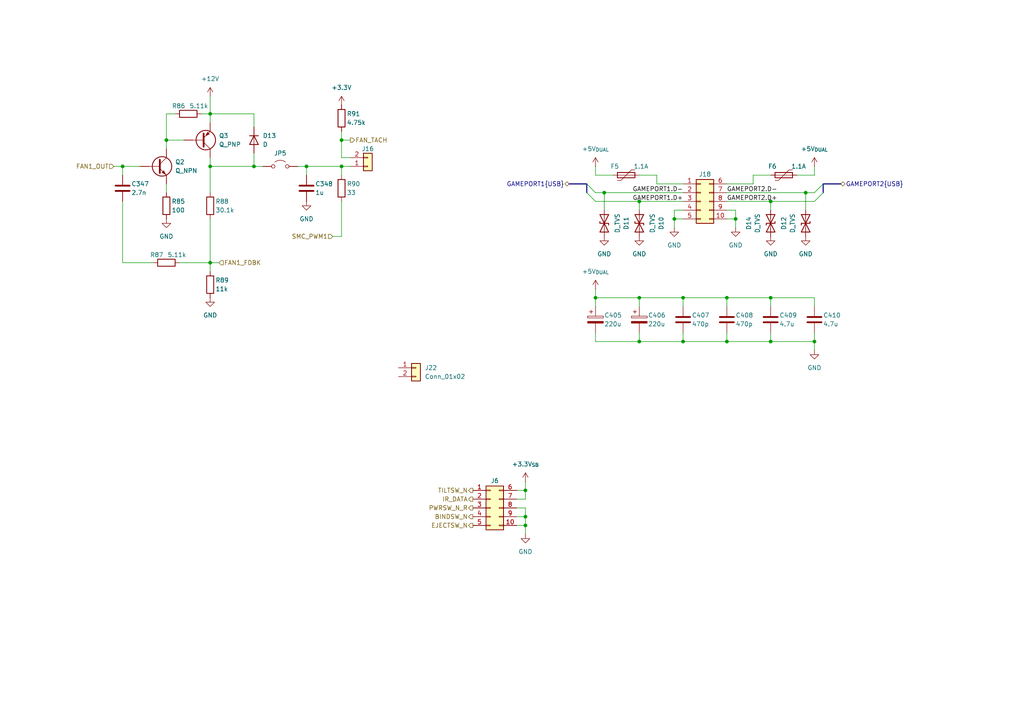
<source format=kicad_sch>
(kicad_sch (version 20250114) (generator "eeschema") (generator_version "9.0")
  (paper "A4")
  (lib_symbols
    (symbol "Connector_Generic:Conn_01x02" (pin_names (offset 1.016) (hide yes))
      (property "Reference" "J" (at 0 2.54 0))
      (property "Value" "Conn_01x02" (at 0 -5.08 0))
      (symbol "Conn_01x02_1_1"
        (rectangle (start -1.27 1.27) (end 1.27 -3.81) (stroke (width 0.254)) (fill (type background)))
        (rectangle (start -1.27 0.127) (end 0 -0.127) (stroke (width 0.1524)))
        (rectangle (start -1.27 -2.413) (end 0 -2.667) (stroke (width 0.1524)))
        (pin passive line (at -5.08 0 0) (length 3.81) (name "Pin_1") (number "1"))
        (pin passive line (at -5.08 -2.54 0) (length 3.81) (name "Pin_2") (number "2"))
      )
    )
    (symbol "Connector_Generic:Conn_02x05_Top_Bottom" (pin_names (offset 1.016) (hide yes))
      (property "Reference" "J" (at 1.27 7.62 0))
      (property "Value" "Conn_02x05_Top_Bottom" (at 1.27 -7.62 0))
      (symbol "Conn_02x05_Top_Bottom_1_1"
        (rectangle (start -1.27 6.35) (end 3.81 -6.35) (stroke (width 0.254)) (fill (type background)))
        (rectangle (start -1.27 5.207) (end 0 4.953) (stroke (width 0.1524)))
        (rectangle (start -1.27 2.667) (end 0 2.413) (stroke (width 0.1524)))
        (rectangle (start -1.27 0.127) (end 0 -0.127) (stroke (width 0.1524)))
        (rectangle (start -1.27 -2.413) (end 0 -2.667) (stroke (width 0.1524)))
        (rectangle (start -1.27 -4.953) (end 0 -5.207) (stroke (width 0.1524)))
        (rectangle (start 3.81 5.207) (end 2.54 4.953) (stroke (width 0.1524)))
        (rectangle (start 3.81 2.667) (end 2.54 2.413) (stroke (width 0.1524)))
        (rectangle (start 3.81 0.127) (end 2.54 -0.127) (stroke (width 0.1524)))
        (rectangle (start 3.81 -2.413) (end 2.54 -2.667) (stroke (width 0.1524)))
        (rectangle (start 3.81 -4.953) (end 2.54 -5.207) (stroke (width 0.1524)))
        (pin passive line (at -5.08 5.08 0) (length 3.81) (name "Pin_1") (number "1"))
        (pin passive line (at -5.08 2.54 0) (length 3.81) (name "Pin_2") (number "2"))
        (pin passive line (at -5.08 0 0) (length 3.81) (name "Pin_3") (number "3"))
        (pin passive line (at -5.08 -2.54 0) (length 3.81) (name "Pin_4") (number "4"))
        (pin passive line (at -5.08 -5.08 0) (length 3.81) (name "Pin_5") (number "5"))
        (pin passive line (at 7.62 5.08 180) (length 3.81) (name "Pin_6") (number "6"))
        (pin passive line (at 7.62 2.54 180) (length 3.81) (name "Pin_7") (number "7"))
        (pin passive line (at 7.62 0 180) (length 3.81) (name "Pin_8") (number "8"))
        (pin passive line (at 7.62 -2.54 180) (length 3.81) (name "Pin_9") (number "9"))
        (pin passive line (at 7.62 -5.08 180) (length 3.81) (name "Pin_10") (number "10"))
      )
    )
    (symbol "Device:C" (pin_numbers (hide yes)) (pin_names (offset 0.254))
      (property "Reference" "C" (at 0.635 2.54 0))
      (property "Value" "C" (at 0.635 -2.54 0))
      (symbol "C_0_1"
        (polyline (pts (xy -2.032 0.762) (xy 2.032 0.762)) (stroke (width 0.508)))
        (polyline (pts (xy -2.032 -0.762) (xy 2.032 -0.762)) (stroke (width 0.508)))
      )
      (symbol "C_1_1"
        (pin passive line (at 0 3.81 270) (length 2.794) (name "~") (number "1"))
        (pin passive line (at 0 -3.81 90) (length 2.794) (name "~") (number "2"))
      )
    )
    (symbol "Device:C_Polarized" (pin_numbers (hide yes)) (pin_names (offset 0.254))
      (property "Reference" "C" (at 0.635 2.54 0))
      (property "Value" "C_Polarized" (at 0.635 -2.54 0))
      (symbol "C_Polarized_0_1"
        (rectangle (start -2.286 0.508) (end 2.286 1.016))
        (polyline (pts (xy -1.778 2.286) (xy -0.762 2.286)))
        (polyline (pts (xy -1.27 2.794) (xy -1.27 1.778)))
        (rectangle (start 2.286 -0.508) (end -2.286 -1.016) (fill (type outline)))
      )
      (symbol "C_Polarized_1_1"
        (pin passive line (at 0 3.81 270) (length 2.794) (name "~") (number "1"))
        (pin passive line (at 0 -3.81 90) (length 2.794) (name "~") (number "2"))
      )
    )
    (symbol "Device:D" (pin_numbers (hide yes)) (pin_names (offset 1.016) (hide yes))
      (property "Reference" "D" (at 0 2.54 0))
      (property "Value" "D" (at 0 -2.54 0))
      (symbol "D_0_1"
        (polyline (pts (xy -1.27 1.27) (xy -1.27 -1.27)) (stroke (width 0.254)))
        (polyline (pts (xy 1.27 1.27) (xy 1.27 -1.27) (xy -1.27 0) (xy 1.27 1.27)) (stroke (width 0.254)))
        (polyline (pts (xy 1.27 0) (xy -1.27 0)))
      )
      (symbol "D_1_1"
        (pin passive line (at -3.81 0 0) (length 2.54) (name "K") (number "1"))
        (pin passive line (at 3.81 0 180) (length 2.54) (name "A") (number "2"))
      )
    )
    (symbol "Device:D_TVS" (pin_numbers (hide yes)) (pin_names (offset 1.016) (hide yes))
      (property "Reference" "D" (at 0 2.54 0))
      (property "Value" "D_TVS" (at 0 -2.54 0))
      (symbol "D_TVS_0_1"
        (polyline (pts (xy -2.54 1.27) (xy -2.54 -1.27) (xy 2.54 1.27) (xy 2.54 -1.27) (xy -2.54 1.27)) (stroke (width 0.254)))
        (polyline (pts (xy 0.508 1.27) (xy 0 1.27) (xy 0 -1.27) (xy -0.508 -1.27)) (stroke (width 0.254)))
        (polyline (pts (xy 1.27 0) (xy -1.27 0)))
      )
      (symbol "D_TVS_1_1"
        (pin passive line (at -3.81 0 0) (length 2.54) (name "A1") (number "1"))
        (pin passive line (at 3.81 0 180) (length 2.54) (name "A2") (number "2"))
      )
    )
    (symbol "Device:Polyfuse" (pin_numbers (hide yes)) (pin_names (offset 0))
      (property "Reference" "F" (at -2.54 0 90))
      (property "Value" "Polyfuse" (at 2.54 0 90))
      (symbol "Polyfuse_0_1"
        (polyline (pts (xy -1.524 2.54) (xy -1.524 1.524) (xy 1.524 -1.524) (xy 1.524 -2.54)))
        (rectangle (start -0.762 2.54) (end 0.762 -2.54) (stroke (width 0.254)))
        (polyline (pts (xy 0 2.54) (xy 0 -2.54)))
      )
      (symbol "Polyfuse_1_1"
        (pin passive line (at 0 3.81 270) (length 1.27) (name "~") (number "1"))
        (pin passive line (at 0 -3.81 90) (length 1.27) (name "~") (number "2"))
      )
    )
    (symbol "Device:Q_NPN" (pin_numbers (hide yes)) (pin_names (offset 0) (hide yes))
      (property "Reference" "Q" (at 5.08 1.27 0))
      (property "Value" "Q_NPN" (at 5.08 -1.27 0))
      (symbol "Q_NPN_0_1"
        (polyline (pts (xy -2.54 0) (xy 0.635 0)))
        (polyline (pts (xy 0.635 1.905) (xy 0.635 -1.905)) (stroke (width 0.508)))
        (polyline (pts (xy 0.635 0.635) (xy 2.54 2.54)))
        (polyline (pts (xy 0.635 -0.635) (xy 2.54 -2.54)))
        (circle (center 1.27 0) (radius 2.8194) (stroke (width 0.254)))
        (polyline (pts (xy 1.27 -1.778) (xy 1.778 -1.27) (xy 2.286 -2.286) (xy 1.27 -1.778)) (fill (type outline)))
      )
      (symbol "Q_NPN_1_1"
        (pin input line (at -5.08 0 0) (length 2.54) (name "B") (number "B"))
        (pin passive line (at 2.54 5.08 270) (length 2.54) (name "C") (number "C"))
        (pin passive line (at 2.54 -5.08 90) (length 2.54) (name "E") (number "E"))
      )
    )
    (symbol "Device:Q_PNP" (pin_numbers (hide yes)) (pin_names (offset 0) (hide yes))
      (property "Reference" "Q" (at 5.08 1.27 0))
      (property "Value" "Q_PNP" (at 5.08 -1.27 0))
      (symbol "Q_PNP_0_1"
        (polyline (pts (xy -2.54 0) (xy 0.635 0)))
        (polyline (pts (xy 0.635 1.905) (xy 0.635 -1.905)) (stroke (width 0.508)))
        (polyline (pts (xy 0.635 0.635) (xy 2.54 2.54)))
        (polyline (pts (xy 0.635 -0.635) (xy 2.54 -2.54)))
        (circle (center 1.27 0) (radius 2.8194) (stroke (width 0.254)))
        (polyline (pts (xy 2.286 -1.778) (xy 1.778 -2.286) (xy 1.27 -1.27) (xy 2.286 -1.778)) (fill (type outline)))
      )
      (symbol "Q_PNP_1_1"
        (pin input line (at -5.08 0 0) (length 2.54) (name "B") (number "B"))
        (pin passive line (at 2.54 5.08 270) (length 2.54) (name "C") (number "C"))
        (pin passive line (at 2.54 -5.08 90) (length 2.54) (name "E") (number "E"))
      )
    )
    (symbol "Device:R" (pin_numbers (hide yes)) (pin_names (offset 0))
      (property "Reference" "R" (at 2.032 0 90))
      (property "Value" "R" (at 0 0 90))
      (symbol "R_0_1"
        (rectangle (start -1.016 -2.54) (end 1.016 2.54) (stroke (width 0.254)))
      )
      (symbol "R_1_1"
        (pin passive line (at 0 3.81 270) (length 1.27) (name "~") (number "1"))
        (pin passive line (at 0 -3.81 90) (length 1.27) (name "~") (number "2"))
      )
    )
    (symbol "Jumper:Jumper_2_Open" (pin_numbers (hide yes)) (pin_names (offset 0) (hide yes))
      (property "Reference" "JP" (at 0 2.794 0))
      (property "Value" "Jumper_2_Open" (at 0 -2.286 0))
      (symbol "Jumper_2_Open_0_0"
        (circle (center -2.032 0) (radius 0.508))
        (circle (center 2.032 0) (radius 0.508))
      )
      (symbol "Jumper_2_Open_0_1"
        (arc (start -1.524 1.27) (mid 0 1.778) (end 1.524 1.27))
      )
      (symbol "Jumper_2_Open_1_1"
        (pin passive line (at -5.08 0 0) (length 2.54) (name "A") (number "1"))
        (pin passive line (at 5.08 0 180) (length 2.54) (name "B") (number "2"))
      )
    )
    (symbol "power:+12V" (power) (pin_numbers (hide yes)) (pin_names (offset 0) (hide yes))
      (property "Value" "+12V" (at 0 3.556 0))
      (symbol "+12V_0_1"
        (polyline (pts (xy -0.762 1.27) (xy 0 2.54)))
        (polyline (pts (xy 0 2.54) (xy 0.762 1.27)))
        (polyline (pts (xy 0 0) (xy 0 2.54)))
      )
      (symbol "+12V_1_1"
        (pin power_in line (at 0 0 90) (length 0) (name "~") (number "1"))
      )
    )
    (symbol "power:+3.3V" (power) (pin_numbers (hide yes)) (pin_names (offset 0) (hide yes))
      (property "Value" "+3.3V" (at 0 3.556 0))
      (symbol "+3.3V_0_1"
        (polyline (pts (xy -0.762 1.27) (xy 0 2.54)))
        (polyline (pts (xy 0 2.54) (xy 0.762 1.27)))
        (polyline (pts (xy 0 0) (xy 0 2.54)))
      )
      (symbol "+3.3V_1_1"
        (pin power_in line (at 0 0 90) (length 0) (name "~") (number "1"))
      )
    )
    (symbol "power:+5V" (power) (pin_numbers (hide yes)) (pin_names (offset 0) (hide yes))
      (property "Value" "+5V" (at 0 3.556 0))
      (symbol "+5V_0_1"
        (polyline (pts (xy -0.762 1.27) (xy 0 2.54)))
        (polyline (pts (xy 0 2.54) (xy 0.762 1.27)))
        (polyline (pts (xy 0 0) (xy 0 2.54)))
      )
      (symbol "+5V_1_1"
        (pin power_in line (at 0 0 90) (length 0) (name "~") (number "1"))
      )
    )
    (symbol "power:GND" (power) (pin_numbers (hide yes)) (pin_names (offset 0) (hide yes))
      (property "Value" "GND" (at 0 -3.81 0))
      (symbol "GND_0_1"
        (polyline (pts (xy 0 0) (xy 0 -1.27) (xy 1.27 -1.27) (xy 0 -2.54) (xy -1.27 -1.27) (xy 0 -1.27)))
      )
      (symbol "GND_1_1"
        (pin power_in line (at 0 0 270) (length 0) (name "~") (number "1"))
      )
    )
  )
  (junction (at 172.72 86.36))
  (junction (at 152.4 149.86))
  (junction (at 198.12 99.06))
  (junction (at 213.36 63.5))
  (junction (at 195.58 63.5))
  (junction (at 233.68 55.88))
  (junction (at 99.06 40.64))
  (junction (at 236.22 99.06))
  (junction (at 60.96 48.26))
  (junction (at 223.52 86.36))
  (junction (at 185.42 58.42))
  (junction (at 60.96 33.02))
  (junction (at 99.06 48.26))
  (junction (at 210.82 86.36))
  (junction (at 175.26 55.88))
  (junction (at 152.4 142.24))
  (junction (at 73.66 48.26))
  (junction (at 152.4 152.4))
  (junction (at 198.12 86.36))
  (junction (at 210.82 99.06))
  (junction (at 185.42 86.36))
  (junction (at 88.9 48.26))
  (junction (at 223.52 58.42))
  (junction (at 35.56 48.26))
  (junction (at 185.42 99.06))
  (junction (at 48.26 40.64))
  (junction (at 223.52 99.06))
  (junction (at 60.96 76.2))
  (bus_entry (at 170.18 55.88) (size 2.54 2.54))
  (bus_entry (at 238.76 55.88) (size -2.54 2.54))
  (bus_entry (at 238.76 53.34) (size -2.54 2.54))
  (bus_entry (at 170.18 53.34) (size 2.54 2.54))
  (wire (pts (xy 185.42 60.96) (xy 185.42 58.42)))
  (wire (pts (xy 185.42 99.06) (xy 198.12 99.06)))
  (wire (pts (xy 73.66 44.45) (xy 73.66 48.26)))
  (wire (pts (xy 48.26 33.02) (xy 50.8 33.02)))
  (wire (pts (xy 236.22 48.26) (xy 236.22 50.8)))
  (wire (pts (xy 236.22 99.06) (xy 236.22 101.6)))
  (wire (pts (xy 48.26 40.64) (xy 48.26 33.02)))
  (wire (pts (xy 210.82 96.52) (xy 210.82 99.06)))
  (wire (pts (xy 190.5 53.34) (xy 190.5 50.8)))
  (wire (pts (xy 223.52 99.06) (xy 236.22 99.06)))
  (wire (pts (xy 218.44 53.34) (xy 218.44 50.8)))
  (wire (pts (xy 210.82 86.36) (xy 198.12 86.36)))
  (wire (pts (xy 88.9 48.26) (xy 88.9 50.8)))
  (wire (pts (xy 35.56 48.26) (xy 35.56 50.8)))
  (wire (pts (xy 213.36 63.5) (xy 213.36 66.04)))
  (wire (pts (xy 60.96 76.2) (xy 63.5 76.2)))
  (wire (pts (xy 172.72 99.06) (xy 185.42 99.06)))
  (wire (pts (xy 99.06 38.1) (xy 99.06 40.64)))
  (wire (pts (xy 99.06 48.26) (xy 99.06 50.8)))
  (wire (pts (xy 195.58 66.04) (xy 195.58 63.5)))
  (wire (pts (xy 236.22 86.36) (xy 223.52 86.36)))
  (wire (pts (xy 198.12 88.9) (xy 198.12 86.36)))
  (wire (pts (xy 149.86 149.86) (xy 152.4 149.86)))
  (wire (pts (xy 236.22 88.9) (xy 236.22 86.36)))
  (wire (pts (xy 73.66 48.26) (xy 76.2 48.26)))
  (wire (pts (xy 99.06 58.42) (xy 99.06 68.58)))
  (wire (pts (xy 223.52 60.96) (xy 223.52 58.42)))
  (wire (pts (xy 60.96 48.26) (xy 60.96 55.88)))
  (wire (pts (xy 58.42 33.02) (xy 60.96 33.02)))
  (wire (pts (xy 86.36 48.26) (xy 88.9 48.26)))
  (wire (pts (xy 149.86 147.32) (xy 152.4 147.32)))
  (wire (pts (xy 88.9 48.26) (xy 99.06 48.26)))
  (wire (pts (xy 223.52 86.36) (xy 210.82 86.36)))
  (wire (pts (xy 60.96 33.02) (xy 60.96 35.56)))
  (wire (pts (xy 198.12 53.34) (xy 190.5 53.34)))
  (wire (pts (xy 60.96 76.2) (xy 60.96 78.74)))
  (wire (pts (xy 172.72 83.82) (xy 172.72 86.36)))
  (wire (pts (xy 185.42 96.52) (xy 185.42 99.06)))
  (wire (pts (xy 198.12 96.52) (xy 198.12 99.06)))
  (wire (pts (xy 60.96 27.94) (xy 60.96 33.02)))
  (wire (pts (xy 152.4 144.78) (xy 149.86 144.78)))
  (wire (pts (xy 35.56 48.26) (xy 40.64 48.26)))
  (wire (pts (xy 236.22 96.52) (xy 236.22 99.06)))
  (wire (pts (xy 213.36 60.96) (xy 213.36 63.5)))
  (wire (pts (xy 60.96 45.72) (xy 60.96 48.26)))
  (wire (pts (xy 195.58 60.96) (xy 198.12 60.96)))
  (wire (pts (xy 195.58 63.5) (xy 198.12 63.5)))
  (wire (pts (xy 175.26 55.88) (xy 175.26 60.96)))
  (wire (pts (xy 236.22 55.88) (xy 233.68 55.88)))
  (wire (pts (xy 172.72 55.88) (xy 175.26 55.88)))
  (wire (pts (xy 149.86 152.4) (xy 152.4 152.4)))
  (wire (pts (xy 60.96 48.26) (xy 73.66 48.26)))
  (wire (pts (xy 60.96 63.5) (xy 60.96 76.2)))
  (bus (pts (xy 238.76 53.34) (xy 238.76 55.88)))
  (wire (pts (xy 195.58 63.5) (xy 195.58 60.96)))
  (wire (pts (xy 213.36 60.96) (xy 210.82 60.96)))
  (wire (pts (xy 99.06 45.72) (xy 101.6 45.72)))
  (wire (pts (xy 48.26 53.34) (xy 48.26 55.88)))
  (wire (pts (xy 185.42 86.36) (xy 172.72 86.36)))
  (wire (pts (xy 172.72 86.36) (xy 172.72 88.9)))
  (wire (pts (xy 152.4 152.4) (xy 152.4 154.94)))
  (wire (pts (xy 218.44 50.8) (xy 223.52 50.8)))
  (wire (pts (xy 48.26 43.18) (xy 48.26 40.64)))
  (bus (pts (xy 165.1 53.34) (xy 170.18 53.34)))
  (bus (pts (xy 170.18 53.34) (xy 170.18 55.88)))
  (wire (pts (xy 177.8 50.8) (xy 172.72 50.8)))
  (wire (pts (xy 172.72 96.52) (xy 172.72 99.06)))
  (wire (pts (xy 152.4 142.24) (xy 152.4 144.78)))
  (wire (pts (xy 172.72 58.42) (xy 185.42 58.42)))
  (wire (pts (xy 33.02 48.26) (xy 35.56 48.26)))
  (wire (pts (xy 233.68 55.88) (xy 210.82 55.88)))
  (wire (pts (xy 152.4 147.32) (xy 152.4 149.86)))
  (wire (pts (xy 210.82 63.5) (xy 213.36 63.5)))
  (wire (pts (xy 223.52 88.9) (xy 223.52 86.36)))
  (wire (pts (xy 223.52 58.42) (xy 210.82 58.42)))
  (wire (pts (xy 198.12 86.36) (xy 185.42 86.36)))
  (wire (pts (xy 223.52 96.52) (xy 223.52 99.06)))
  (wire (pts (xy 233.68 55.88) (xy 233.68 60.96)))
  (wire (pts (xy 152.4 149.86) (xy 152.4 152.4)))
  (wire (pts (xy 48.26 40.64) (xy 53.34 40.64)))
  (wire (pts (xy 44.45 76.2) (xy 35.56 76.2)))
  (wire (pts (xy 101.6 40.64) (xy 99.06 40.64)))
  (wire (pts (xy 185.42 58.42) (xy 198.12 58.42)))
  (wire (pts (xy 172.72 48.26) (xy 172.72 50.8)))
  (wire (pts (xy 152.4 139.7) (xy 152.4 142.24)))
  (wire (pts (xy 231.14 50.8) (xy 236.22 50.8)))
  (wire (pts (xy 73.66 36.83) (xy 73.66 33.02)))
  (wire (pts (xy 60.96 76.2) (xy 52.07 76.2)))
  (wire (pts (xy 99.06 40.64) (xy 99.06 45.72)))
  (wire (pts (xy 185.42 86.36) (xy 185.42 88.9)))
  (bus (pts (xy 243.84 53.34) (xy 238.76 53.34)))
  (wire (pts (xy 198.12 99.06) (xy 210.82 99.06)))
  (wire (pts (xy 190.5 50.8) (xy 185.42 50.8)))
  (wire (pts (xy 210.82 88.9) (xy 210.82 86.36)))
  (wire (pts (xy 210.82 99.06) (xy 223.52 99.06)))
  (wire (pts (xy 152.4 142.24) (xy 149.86 142.24)))
  (wire (pts (xy 35.56 76.2) (xy 35.56 58.42)))
  (wire (pts (xy 99.06 48.26) (xy 101.6 48.26)))
  (wire (pts (xy 96.52 68.58) (xy 99.06 68.58)))
  (wire (pts (xy 175.26 55.88) (xy 198.12 55.88)))
  (wire (pts (xy 210.82 53.34) (xy 218.44 53.34)))
  (wire (pts (xy 236.22 58.42) (xy 223.52 58.42)))
  (wire (pts (xy 73.66 33.02) (xy 60.96 33.02)))
  (label "GAMEPORT2.D+" (at 210.82 58.42 0))
  (label "GAMEPORT2.D-" (at 210.82 55.88 0))
  (label "GAMEPORT1.D+" (at 198.12 58.42 180))
  (label "GAMEPORT1.D-" (at 198.12 55.88 180))
  (hierarchical_label "IR_DATA" (shape output) (at 137.16 144.78 180))
  (hierarchical_label "PWRSW_N_R" (shape output) (at 137.16 147.32 180))
  (hierarchical_label "FAN_TACH" (shape output) (at 101.6 40.64 0))
  (hierarchical_label "TILTSW_N" (shape output) (at 137.16 142.24 180))
  (hierarchical_label "SMC_PWM1" (shape input) (at 96.52 68.58 180))
  (hierarchical_label "FAN1_OUT" (shape input) (at 33.02 48.26 180))
  (hierarchical_label "EJECTSW_N" (shape output) (at 137.16 152.4 180))
  (hierarchical_label "GAMEPORT2{USB}" (shape bidirectional) (at 243.84 53.34 0))
  (hierarchical_label "FAN1_FDBK" (shape input) (at 63.5 76.2 0))
  (hierarchical_label "GAMEPORT1{USB}" (shape bidirectional) (at 165.1 53.34 180))
  (hierarchical_label "BINDSW_N" (shape output) (at 137.16 149.86 180))
  (symbol (lib_id "power:GND") (at 233.68 68.58 0) (mirror y) (unit 1)
    (property "Reference" "#PWR0259" (effects (hide yes)))
    (property "Value" "GND" (at 233.68 73.66 0))
    (property "Description" "Power symbol creates a global label with name \"GND\" , ground" (effects (hide yes)))
  )
  (symbol (lib_id "power:GND") (at 48.26 63.5 0) (unit 1)
    (property "Reference" "#PWR0177" (effects (hide yes)))
    (property "Value" "GND" (at 48.26 68.58 0))
    (property "Description" "Power symbol creates a global label with name \"GND\" , ground" (effects (hide yes)))
  )
  (symbol (lib_id "Connector_Generic:Conn_02x05_Top_Bottom") (at 203.2 58.42 0) (unit 1)
    (property "Reference" "J18" (at 204.47 50.546 0))
    (property "Value" "Conn_02x05_Top_Bottom" (effects (hide yes)))
    (property "Description" "Generic connector, double row, 02x05, top/bottom pin numbering scheme (row 1: 1...pins_per_row, row2: pins_per_row+1 ... num_pins), script generated (kicad-library-utils/schlib/autogen/connector/)" (effects (hide yes)))
  )
  (symbol (lib_id "Device:R") (at 48.26 76.2 90) (unit 1)
    (property "Reference" "R87" (at 45.466 73.914 90))
    (property "Value" "5.11k" (at 51.308 73.914 90))
    (property "Description" "Resistor" (effects (hide yes)))
  )
  (symbol (lib_id "Device:Q_PNP") (at 58.42 40.64 0) (mirror x) (unit 1)
    (property "Reference" "Q3" (at 63.5 39.37 0) (effects (justify left)))
    (property "Value" "Q_PNP" (at 63.5 41.91 0) (effects (justify left)))
    (property "Description" "PNP bipolar junction transistor" (effects (hide yes)))
  )
  (symbol (lib_id "Device:D_TVS") (at 233.68 64.77 90) (mirror x) (unit 1)
    (property "Reference" "D12" (at 227.33 64.77 0))
    (property "Value" "D_TVS" (at 229.87 64.77 0))
    (property "Description" "Bidirectional transient-voltage-suppression diode" (effects (hide yes)))
  )
  (symbol (lib_id "power:GND") (at 195.58 66.04 0) (unit 1)
    (property "Reference" "#PWR0239" (effects (hide yes)))
    (property "Value" "GND" (at 195.58 71.12 0))
    (property "Description" "Power symbol creates a global label with name \"GND\" , ground" (effects (hide yes)))
  )
  (symbol (lib_id "power:+5V") (at 236.22 48.26 0) (mirror y) (unit 1)
    (property "Reference" "#PWR0283" (effects (hide yes)))
    (property "Value" "+5V_{DUAL}" (at 236.22 43.18 0))
    (property "Description" "Power symbol creates a global label with name \"+5V\"" (effects (hide yes)))
  )
  (symbol (lib_id "power:+5V") (at 172.72 83.82 0) (unit 1)
    (property "Reference" "#PWR0280" (effects (hide yes)))
    (property "Value" "+5V_{DUAL}" (at 172.72 78.74 0))
    (property "Description" "Power symbol creates a global label with name \"+5V\"" (effects (hide yes)))
  )
  (symbol (lib_id "power:+3.3V") (at 99.06 30.48 0) (unit 1)
    (property "Reference" "#PWR0181" (effects (hide yes)))
    (property "Value" "+3.3V" (at 99.06 25.4 0))
    (property "Description" "Power symbol creates a global label with name \"+3.3V\"" (effects (hide yes)))
  )
  (symbol (lib_id "Device:C") (at 35.56 54.61 0) (unit 1)
    (property "Reference" "C347" (at 38.1 53.34 0) (effects (justify left)))
    (property "Value" "2.7n" (at 38.1 55.88 0) (effects (justify left)))
    (property "Description" "Unpolarized capacitor" (effects (hide yes)))
  )
  (symbol (lib_id "power:GND") (at 152.4 154.94 0) (unit 1)
    (property "Reference" "#PWR0306" (effects (hide yes)))
    (property "Value" "GND" (at 152.4 160.02 0))
    (property "Description" "Power symbol creates a global label with name \"GND\" , ground" (effects (hide yes)))
  )
  (symbol (lib_id "Device:C") (at 198.12 92.71 0) (unit 1)
    (property "Reference" "C407" (at 200.66 91.44 0) (effects (justify left)))
    (property "Value" "470p" (at 200.66 93.98 0) (effects (justify left)))
    (property "Description" "Unpolarized capacitor" (effects (hide yes)))
  )
  (symbol (lib_id "power:GND") (at 60.96 86.36 0) (unit 1)
    (property "Reference" "#PWR0179" (effects (hide yes)))
    (property "Value" "GND" (at 60.96 91.44 0))
    (property "Description" "Power symbol creates a global label with name \"GND\" , ground" (effects (hide yes)))
  )
  (symbol (lib_id "Device:R") (at 60.96 82.55 0) (unit 1)
    (property "Reference" "R89" (at 62.484 81.28 0) (effects (justify left)))
    (property "Value" "11k" (at 62.484 83.82 0) (effects (justify left)))
    (property "Description" "Resistor" (effects (hide yes)))
  )
  (symbol (lib_id "Connector_Generic:Conn_01x02") (at 120.65 106.68 0) (unit 1)
    (property "Reference" "J22" (at 123.19 106.6799 0) (effects (justify left)))
    (property "Value" "Conn_01x02" (at 123.19 109.2199 0) (effects (justify left)))
    (property "Description" "Generic connector, single row, 01x02, script generated (kicad-library-utils/schlib/autogen/connector/)" (effects (hide yes)))
  )
  (symbol (lib_id "Connector_Generic:Conn_02x05_Top_Bottom") (at 142.24 147.32 0) (unit 1)
    (property "Reference" "J6" (at 143.51 139.446 0))
    (property "Value" "Conn_02x05_Top_Bottom" (effects (hide yes)))
    (property "Description" "Generic connector, double row, 02x05, top/bottom pin numbering scheme (row 1: 1...pins_per_row, row2: pins_per_row+1 ... num_pins), script generated (kicad-library-utils/schlib/autogen/connector/)" (effects (hide yes)))
  )
  (symbol (lib_id "power:GND") (at 88.9 58.42 0) (unit 1)
    (property "Reference" "#PWR0180" (effects (hide yes)))
    (property "Value" "GND" (at 88.9 63.5 0))
    (property "Description" "Power symbol creates a global label with name \"GND\" , ground" (effects (hide yes)))
  )
  (symbol (lib_id "Device:C") (at 210.82 92.71 0) (unit 1)
    (property "Reference" "C408" (at 213.36 91.44 0) (effects (justify left)))
    (property "Value" "470p" (at 213.36 93.98 0) (effects (justify left)))
    (property "Description" "Unpolarized capacitor" (effects (hide yes)))
  )
  (symbol (lib_id "power:GND") (at 185.42 68.58 0) (unit 1)
    (property "Reference" "#PWR0241" (effects (hide yes)))
    (property "Value" "GND" (at 185.42 73.66 0))
    (property "Description" "Power symbol creates a global label with name \"GND\" , ground" (effects (hide yes)))
  )
  (symbol (lib_id "Device:R") (at 48.26 59.69 0) (unit 1)
    (property "Reference" "R85" (at 49.784 58.42 0) (effects (justify left)))
    (property "Value" "100" (at 49.784 60.96 0) (effects (justify left)))
    (property "Description" "Resistor" (effects (hide yes)))
  )
  (symbol (lib_id "power:+12V") (at 60.96 27.94 0) (unit 1)
    (property "Reference" "#PWR0178" (effects (hide yes)))
    (property "Value" "+12V" (at 60.96 22.86 0))
    (property "Description" "Power symbol creates a global label with name \"+12V\"" (effects (hide yes)))
  )
  (symbol (lib_id "Device:R") (at 99.06 54.61 0) (unit 1)
    (property "Reference" "R90" (at 100.584 53.34 0) (effects (justify left)))
    (property "Value" "33" (at 100.584 55.88 0) (effects (justify left)))
    (property "Description" "Resistor" (effects (hide yes)))
  )
  (symbol (lib_id "Device:C") (at 236.22 92.71 0) (unit 1)
    (property "Reference" "C410" (at 238.76 91.44 0) (effects (justify left)))
    (property "Value" "4.7u" (at 238.76 93.98 0) (effects (justify left)))
    (property "Description" "Unpolarized capacitor" (effects (hide yes)))
  )
  (symbol (lib_id "power:GND") (at 175.26 68.58 0) (unit 1)
    (property "Reference" "#PWR0245" (effects (hide yes)))
    (property "Value" "GND" (at 175.26 73.66 0))
    (property "Description" "Power symbol creates a global label with name \"GND\" , ground" (effects (hide yes)))
  )
  (symbol (lib_id "Device:D_TVS") (at 223.52 64.77 90) (mirror x) (unit 1)
    (property "Reference" "D14" (at 217.17 64.77 0))
    (property "Value" "D_TVS" (at 219.71 64.77 0))
    (property "Description" "Bidirectional transient-voltage-suppression diode" (effects (hide yes)))
  )
  (symbol (lib_id "power:+5V") (at 172.72 48.26 0) (unit 1)
    (property "Reference" "#PWR0282" (effects (hide yes)))
    (property "Value" "+5V_{DUAL}" (at 172.72 43.18 0))
    (property "Description" "Power symbol creates a global label with name \"+5V\"" (effects (hide yes)))
  )
  (symbol (lib_id "Device:C_Polarized") (at 185.42 92.71 0) (unit 1)
    (property "Reference" "C406" (at 187.96 91.44 0) (effects (justify left)))
    (property "Value" "220u" (at 187.96 93.98 0) (effects (justify left)))
    (property "Description" "Polarized capacitor" (effects (hide yes)))
  )
  (symbol (lib_id "Device:C") (at 88.9 54.61 0) (unit 1)
    (property "Reference" "C348" (at 91.44 53.34 0) (effects (justify left)))
    (property "Value" "1u" (at 91.44 55.88 0) (effects (justify left)))
    (property "Description" "Unpolarized capacitor" (effects (hide yes)))
  )
  (symbol (lib_id "Device:R") (at 60.96 59.69 0) (unit 1)
    (property "Reference" "R88" (at 62.484 58.42 0) (effects (justify left)))
    (property "Value" "30.1k" (at 62.484 60.96 0) (effects (justify left)))
    (property "Description" "Resistor" (effects (hide yes)))
  )
  (symbol (lib_id "Device:R") (at 54.61 33.02 90) (unit 1)
    (property "Reference" "R86" (at 51.816 30.734 90))
    (property "Value" "5.11k" (at 57.658 30.734 90))
    (property "Description" "Resistor" (effects (hide yes)))
  )
  (symbol (lib_id "Device:D") (at 73.66 40.64 270) (unit 1)
    (property "Reference" "D13" (at 76.2 39.3699 90) (effects (justify left)))
    (property "Value" "D" (at 76.2 41.9099 90) (effects (justify left)))
    (property "Description" "Diode" (effects (hide yes)))
    (property "Sim.Device" "D" (effects (hide yes)))
    (property "Sim.Pins" "1=K 2=A" (effects (hide yes)))
  )
  (symbol (lib_id "Device:C_Polarized") (at 172.72 92.71 0) (unit 1)
    (property "Reference" "C405" (at 175.26 91.44 0) (effects (justify left)))
    (property "Value" "220u" (at 175.26 93.98 0) (effects (justify left)))
    (property "Description" "Polarized capacitor" (effects (hide yes)))
  )
  (symbol (lib_id "Device:D_TVS") (at 185.42 64.77 270) (unit 1)
    (property "Reference" "D10" (at 191.77 64.77 0))
    (property "Value" "D_TVS" (at 189.23 64.77 0))
    (property "Description" "Bidirectional transient-voltage-suppression diode" (effects (hide yes)))
  )
  (symbol (lib_id "power:GND") (at 213.36 66.04 0) (mirror y) (unit 1)
    (property "Reference" "#PWR0240" (effects (hide yes)))
    (property "Value" "GND" (at 213.36 71.12 0))
    (property "Description" "Power symbol creates a global label with name \"GND\" , ground" (effects (hide yes)))
  )
  (symbol (lib_id "Device:Polyfuse") (at 181.61 50.8 90) (unit 1)
    (property "Reference" "F5" (at 178.308 48.26 90))
    (property "Value" "1.1A" (at 185.928 48.26 90))
    (property "Description" "Resettable fuse, polymeric positive temperature coefficient" (effects (hide yes)))
  )
  (symbol (lib_id "Device:D_TVS") (at 175.26 64.77 270) (unit 1)
    (property "Reference" "D11" (at 181.61 64.77 0))
    (property "Value" "D_TVS" (at 179.07 64.77 0))
    (property "Description" "Bidirectional transient-voltage-suppression diode" (effects (hide yes)))
  )
  (symbol (lib_id "Jumper:Jumper_2_Open") (at 81.28 48.26 0) (unit 1)
    (property "Reference" "JP5" (at 81.28 44.45 0))
    (property "Value" "Jumper_2_Open" (effects (hide yes)))
    (property "Description" "Jumper, 2-pole, open" (effects (hide yes)))
  )
  (symbol (lib_id "power:+3.3V") (at 152.4 139.7 0) (unit 1)
    (property "Reference" "#PWR0302" (effects (hide yes)))
    (property "Value" "+3.3V_{SB}" (at 152.4 134.62 0))
    (property "Description" "Power symbol creates a global label with name \"+3.3V\"" (effects (hide yes)))
  )
  (symbol (lib_id "power:GND") (at 223.52 68.58 0) (mirror y) (unit 1)
    (property "Reference" "#PWR0260" (effects (hide yes)))
    (property "Value" "GND" (at 223.52 73.66 0))
    (property "Description" "Power symbol creates a global label with name \"GND\" , ground" (effects (hide yes)))
  )
  (symbol (lib_id "Device:C") (at 223.52 92.71 0) (unit 1)
    (property "Reference" "C409" (at 226.06 91.44 0) (effects (justify left)))
    (property "Value" "4.7u" (at 226.06 93.98 0) (effects (justify left)))
    (property "Description" "Unpolarized capacitor" (effects (hide yes)))
  )
  (symbol (lib_id "power:GND") (at 236.22 101.6 0) (unit 1)
    (property "Reference" "#PWR0281" (effects (hide yes)))
    (property "Value" "GND" (at 236.22 106.68 0))
    (property "Description" "Power symbol creates a global label with name \"GND\" , ground" (effects (hide yes)))
  )
  (symbol (lib_id "Device:Q_NPN") (at 45.72 48.26 0) (unit 1)
    (property "Reference" "Q2" (at 50.8 46.9899 0) (effects (justify left)))
    (property "Value" "Q_NPN" (at 50.8 49.5299 0) (effects (justify left)))
    (property "Description" "NPN bipolar junction transistor" (effects (hide yes)))
  )
  (symbol (lib_id "Device:R") (at 99.06 34.29 0) (unit 1)
    (property "Reference" "R91" (at 100.584 33.02 0) (effects (justify left)))
    (property "Value" "4.75k" (at 100.584 35.56 0) (effects (justify left)))
    (property "Description" "Resistor" (effects (hide yes)))
  )
  (symbol (lib_id "Connector_Generic:Conn_01x02") (at 106.68 48.26 0) (mirror x) (unit 1)
    (property "Reference" "J16" (at 106.68 43.18 0))
    (property "Value" "Conn_01x02" (effects (hide yes)))
    (property "Description" "Generic connector, single row, 01x02, script generated (kicad-library-utils/schlib/autogen/connector/)" (effects (hide yes)))
  )
  (symbol (lib_id "Device:Polyfuse") (at 227.33 50.8 90) (unit 1)
    (property "Reference" "F6" (at 224.028 48.26 90))
    (property "Value" "1.1A" (at 231.648 48.26 90))
    (property "Description" "Resettable fuse, polymeric positive temperature coefficient" (effects (hide yes)))
  )
)
</source>
